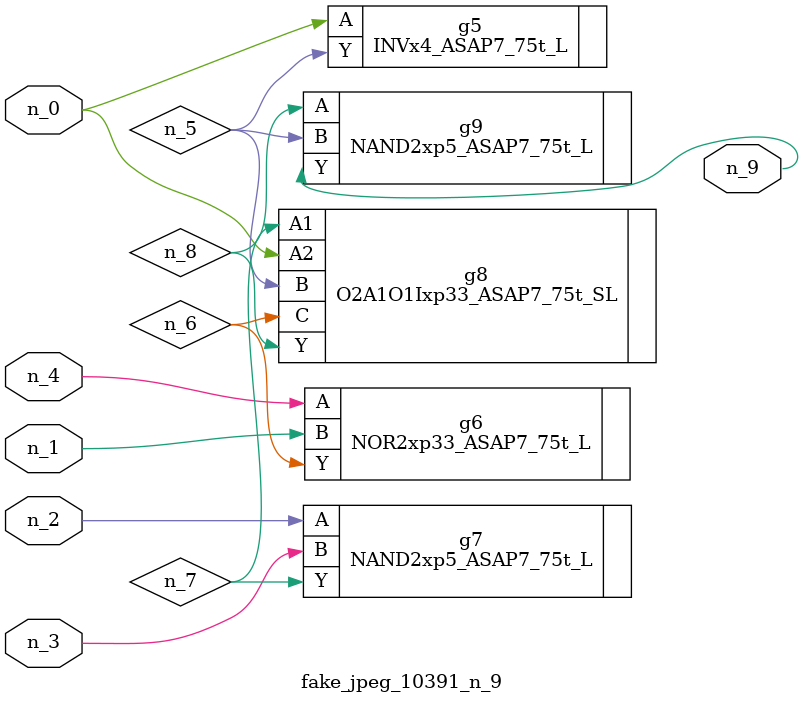
<source format=v>
module fake_jpeg_10391_n_9 (n_3, n_2, n_1, n_0, n_4, n_9);

input n_3;
input n_2;
input n_1;
input n_0;
input n_4;

output n_9;

wire n_8;
wire n_6;
wire n_5;
wire n_7;

INVx4_ASAP7_75t_L g5 ( 
.A(n_0),
.Y(n_5)
);

NOR2xp33_ASAP7_75t_L g6 ( 
.A(n_4),
.B(n_1),
.Y(n_6)
);

NAND2xp5_ASAP7_75t_L g7 ( 
.A(n_2),
.B(n_3),
.Y(n_7)
);

O2A1O1Ixp33_ASAP7_75t_SL g8 ( 
.A1(n_7),
.A2(n_0),
.B(n_5),
.C(n_6),
.Y(n_8)
);

NAND2xp5_ASAP7_75t_L g9 ( 
.A(n_8),
.B(n_5),
.Y(n_9)
);


endmodule
</source>
